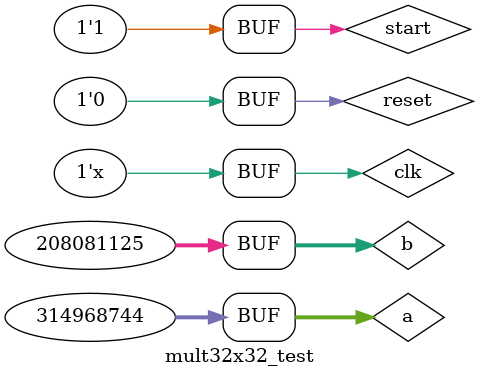
<source format=sv>
module mult32x32_test;

    logic clk;            // Clock
    logic reset;          // Reset
    logic start;          // Start signal
    logic [31:0] a;       // Input a
    logic [31:0] b;       // Input b
    logic busy;           // Multiplier busy indication
    logic [63:0] product; // Miltiplication product

// Put your code here
// ------------------
mult32x32 UUT(  clk,            // Clock
                reset,          // Reset
                start,          // Start signal
                a,       // Input a
                b,       // Input b
                busy,          // Multiplier busy indication
                 product // Miltiplication product
);

always begin
    #5 clk = ~clk;
end

initial begin
    clk = 0;
    reset = 1;
    start = 0;
    #40;
    reset = 0;
    a = 314968744;
    b = 208081125;
    #10;
    start = 1;
    #10;   

end
// End of your code

endmodule

</source>
